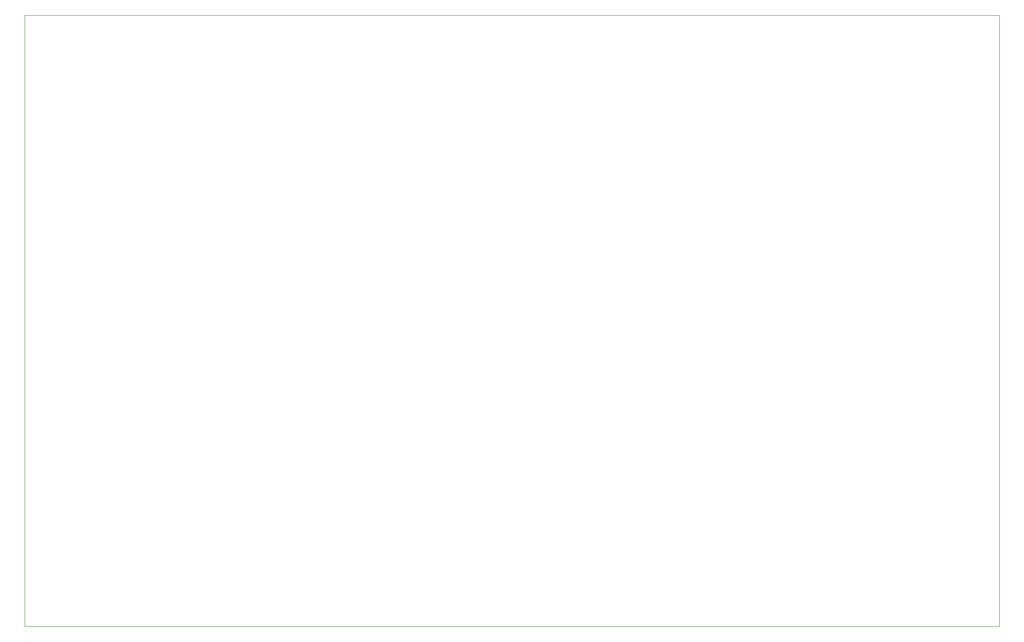
<source format=gbr>
G04 #@! TF.GenerationSoftware,KiCad,Pcbnew,(5.1.5-0-10_14)*
G04 #@! TF.CreationDate,2020-05-13T10:39:27+02:00*
G04 #@! TF.ProjectId,PM Artnet LED DMX,504d2041-7274-46e6-9574-204c45442044,rev?*
G04 #@! TF.SameCoordinates,Original*
G04 #@! TF.FileFunction,Profile,NP*
%FSLAX46Y46*%
G04 Gerber Fmt 4.6, Leading zero omitted, Abs format (unit mm)*
G04 Created by KiCad (PCBNEW (5.1.5-0-10_14)) date 2020-05-13 10:39:27*
%MOMM*%
%LPD*%
G04 APERTURE LIST*
%ADD10C,0.100000*%
G04 APERTURE END LIST*
D10*
X216535000Y-132715000D02*
X32385000Y-132715000D01*
X32385000Y-132715000D02*
X32385000Y-17145000D01*
X32385000Y-17145000D02*
X216535000Y-17145000D01*
X216535000Y-17145000D02*
X216535000Y-132715000D01*
M02*

</source>
